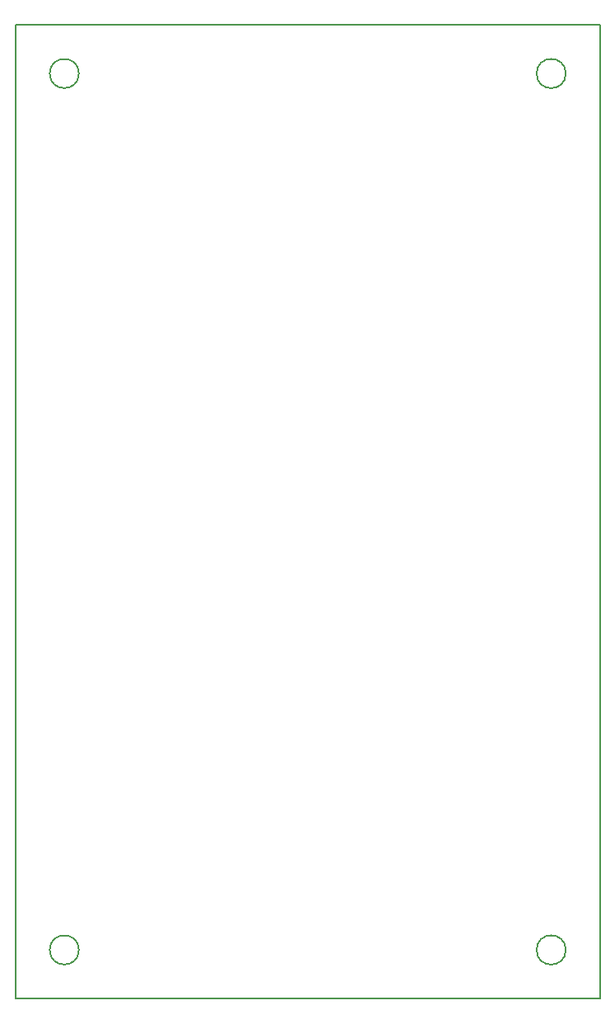
<source format=gbr>
%TF.GenerationSoftware,KiCad,Pcbnew,7.0.6*%
%TF.CreationDate,2023-07-23T20:47:22-06:00*%
%TF.ProjectId,Air,4169722e-6b69-4636-9164-5f7063625858,2*%
%TF.SameCoordinates,Original*%
%TF.FileFunction,Profile,NP*%
%FSLAX46Y46*%
G04 Gerber Fmt 4.6, Leading zero omitted, Abs format (unit mm)*
G04 Created by KiCad (PCBNEW 7.0.6) date 2023-07-23 20:47:22*
%MOMM*%
%LPD*%
G01*
G04 APERTURE LIST*
%TA.AperFunction,Profile*%
%ADD10C,0.200000*%
%TD*%
G04 APERTURE END LIST*
D10*
X46500000Y-135000000D02*
G75*
G03*
X46500000Y-135000000I-1500000J0D01*
G01*
X96500000Y-45000000D02*
G75*
G03*
X96500000Y-45000000I-1500000J0D01*
G01*
X96500000Y-135000000D02*
G75*
G03*
X96500000Y-135000000I-1500000J0D01*
G01*
X46500000Y-45000000D02*
G75*
G03*
X46500000Y-45000000I-1500000J0D01*
G01*
X40000000Y-40000000D02*
X100000000Y-40000000D01*
X100000000Y-140000000D01*
X40000000Y-140000000D01*
X40000000Y-40000000D01*
M02*

</source>
